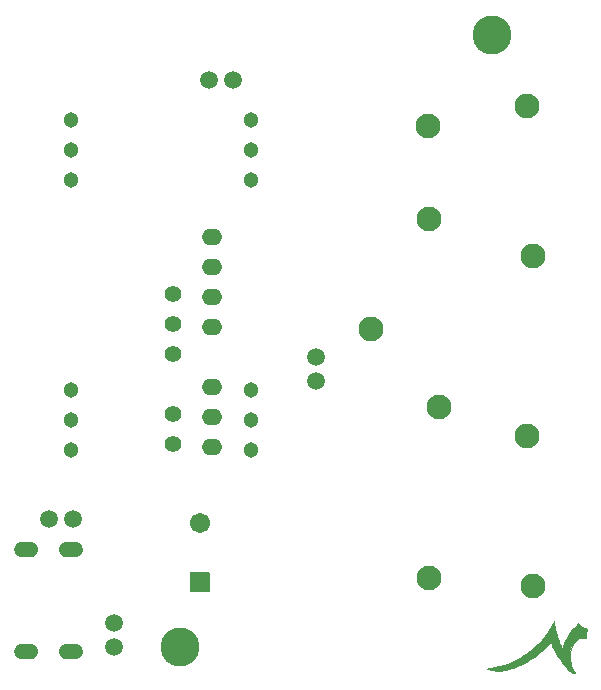
<source format=gbr>
G04 #@! TF.GenerationSoftware,KiCad,Pcbnew,(5.1.7)-1*
G04 #@! TF.CreationDate,2021-05-24T20:06:32+02:00*
G04 #@! TF.ProjectId,dcdcdc,64636463-6463-42e6-9b69-6361645f7063,rev?*
G04 #@! TF.SameCoordinates,Original*
G04 #@! TF.FileFunction,Soldermask,Bot*
G04 #@! TF.FilePolarity,Negative*
%FSLAX46Y46*%
G04 Gerber Fmt 4.6, Leading zero omitted, Abs format (unit mm)*
G04 Created by KiCad (PCBNEW (5.1.7)-1) date 2021-05-24 20:06:32*
%MOMM*%
%LPD*%
G01*
G04 APERTURE LIST*
%ADD10C,0.010000*%
%ADD11C,1.502000*%
%ADD12C,1.302000*%
%ADD13C,1.702000*%
%ADD14C,0.602000*%
%ADD15C,3.302000*%
%ADD16O,1.702000X1.402000*%
%ADD17C,1.405000*%
%ADD18C,2.102000*%
%ADD19C,2.100980*%
G04 APERTURE END LIST*
D10*
G36*
X40622898Y-57112112D02*
G01*
X40655538Y-57126139D01*
X40705687Y-57144591D01*
X40767735Y-57165566D01*
X40836071Y-57187164D01*
X40905087Y-57207485D01*
X40965452Y-57223693D01*
X41155363Y-57263167D01*
X41347115Y-57285486D01*
X41544723Y-57290494D01*
X41752201Y-57278037D01*
X41973561Y-57247957D01*
X42212818Y-57200101D01*
X42335824Y-57170612D01*
X42474007Y-57133042D01*
X42628059Y-57086324D01*
X42788311Y-57033710D01*
X42945092Y-56978453D01*
X43088732Y-56923802D01*
X43172530Y-56889263D01*
X43293200Y-56834995D01*
X43433731Y-56767586D01*
X43588756Y-56689910D01*
X43752908Y-56604844D01*
X43920821Y-56515261D01*
X44087126Y-56424036D01*
X44246458Y-56334045D01*
X44393448Y-56248162D01*
X44522731Y-56169262D01*
X44555859Y-56148280D01*
X44696329Y-56052368D01*
X44850723Y-55936043D01*
X45015047Y-55802804D01*
X45185303Y-55656150D01*
X45357496Y-55499579D01*
X45527628Y-55336592D01*
X45691705Y-55170686D01*
X45783749Y-55073177D01*
X45844917Y-55007624D01*
X45899546Y-54949953D01*
X45944264Y-54903654D01*
X45975699Y-54872217D01*
X45990477Y-54859131D01*
X45990723Y-54859020D01*
X46001986Y-54866533D01*
X46003883Y-54878349D01*
X46010245Y-54912129D01*
X46028081Y-54968041D01*
X46055514Y-55041483D01*
X46090666Y-55127853D01*
X46131661Y-55222549D01*
X46176622Y-55320968D01*
X46223671Y-55418509D01*
X46226550Y-55424294D01*
X46335795Y-55632184D01*
X46462711Y-55854202D01*
X46603256Y-56083943D01*
X46753387Y-56315007D01*
X46909063Y-56540989D01*
X47066241Y-56755487D01*
X47070665Y-56761319D01*
X47201508Y-56923133D01*
X47335958Y-57069532D01*
X47471616Y-57198614D01*
X47606081Y-57308481D01*
X47736957Y-57397231D01*
X47861843Y-57462964D01*
X47978342Y-57503780D01*
X48018356Y-57512106D01*
X48068064Y-57520342D01*
X48004720Y-57417348D01*
X47901813Y-57230834D01*
X47808936Y-57024436D01*
X47729806Y-56807478D01*
X47668135Y-56589282D01*
X47658947Y-56549569D01*
X47642155Y-56449170D01*
X47630671Y-56327744D01*
X47624503Y-56193342D01*
X47623658Y-56054015D01*
X47628146Y-55917813D01*
X47637974Y-55792789D01*
X47653151Y-55686992D01*
X47658035Y-55663353D01*
X47717234Y-55436301D01*
X47787775Y-55232231D01*
X47869083Y-55052112D01*
X47960587Y-54896914D01*
X48061712Y-54767604D01*
X48171885Y-54665153D01*
X48290532Y-54590529D01*
X48294007Y-54588831D01*
X48397146Y-54548722D01*
X48511002Y-54524442D01*
X48641307Y-54515116D01*
X48759868Y-54517760D01*
X48830162Y-54522261D01*
X48891872Y-54527421D01*
X48937347Y-54532530D01*
X48956621Y-54536021D01*
X48979172Y-54537804D01*
X48991363Y-54521163D01*
X48997273Y-54495457D01*
X49000440Y-54463822D01*
X49003554Y-54407820D01*
X49006513Y-54332837D01*
X49009216Y-54244262D01*
X49011562Y-54147479D01*
X49013450Y-54047875D01*
X49014779Y-53950838D01*
X49015447Y-53861752D01*
X49015354Y-53786006D01*
X49014397Y-53728985D01*
X49012477Y-53696076D01*
X49012310Y-53694853D01*
X49007077Y-53667685D01*
X48996474Y-53653192D01*
X48972768Y-53647391D01*
X48928225Y-53646298D01*
X48918039Y-53646294D01*
X48815805Y-53635708D01*
X48707847Y-53606746D01*
X48608020Y-53563607D01*
X48569469Y-53540704D01*
X48503747Y-53489093D01*
X48438344Y-53424091D01*
X48382493Y-53355649D01*
X48350948Y-53305210D01*
X48325383Y-53255478D01*
X48241989Y-53323411D01*
X48176972Y-53382446D01*
X48099441Y-53462914D01*
X48012614Y-53560840D01*
X47919707Y-53672248D01*
X47823935Y-53793163D01*
X47728514Y-53919611D01*
X47636661Y-54047616D01*
X47551591Y-54173203D01*
X47539575Y-54191647D01*
X47430117Y-54368598D01*
X47324272Y-54556586D01*
X47219661Y-54760232D01*
X47113907Y-54984156D01*
X47009537Y-55221465D01*
X46983272Y-55279334D01*
X46959169Y-55325897D01*
X46940681Y-55354790D01*
X46933862Y-55360952D01*
X46919706Y-55350344D01*
X46895387Y-55314329D01*
X46862214Y-55255093D01*
X46821499Y-55174822D01*
X46818291Y-55168247D01*
X46771173Y-55063798D01*
X46719519Y-54935967D01*
X46665011Y-54790044D01*
X46609329Y-54631317D01*
X46554155Y-54465077D01*
X46501168Y-54296611D01*
X46452050Y-54131211D01*
X46408481Y-53974166D01*
X46372142Y-53830764D01*
X46344714Y-53706295D01*
X46332862Y-53640585D01*
X46321910Y-53566262D01*
X46310469Y-53479087D01*
X46299307Y-53386061D01*
X46289193Y-53294186D01*
X46280896Y-53210462D01*
X46275183Y-53141890D01*
X46272823Y-53095470D01*
X46272805Y-53093471D01*
X46266749Y-53097664D01*
X46250223Y-53124697D01*
X46225549Y-53170403D01*
X46195048Y-53230617D01*
X46185369Y-53250353D01*
X45986525Y-53624996D01*
X45760465Y-53988893D01*
X45508304Y-54340792D01*
X45231158Y-54679443D01*
X44930143Y-55003598D01*
X44606375Y-55312004D01*
X44260971Y-55603413D01*
X43895046Y-55876574D01*
X43755236Y-55972394D01*
X43405808Y-56194359D01*
X43060138Y-56389044D01*
X42714121Y-56558000D01*
X42363653Y-56702779D01*
X42004630Y-56824931D01*
X41632948Y-56926005D01*
X41244503Y-57007554D01*
X40853541Y-57068707D01*
X40773306Y-57079595D01*
X40704229Y-57089398D01*
X40651408Y-57097358D01*
X40619938Y-57102717D01*
X40613376Y-57104409D01*
X40622898Y-57112112D01*
G37*
X40622898Y-57112112D02*
X40655538Y-57126139D01*
X40705687Y-57144591D01*
X40767735Y-57165566D01*
X40836071Y-57187164D01*
X40905087Y-57207485D01*
X40965452Y-57223693D01*
X41155363Y-57263167D01*
X41347115Y-57285486D01*
X41544723Y-57290494D01*
X41752201Y-57278037D01*
X41973561Y-57247957D01*
X42212818Y-57200101D01*
X42335824Y-57170612D01*
X42474007Y-57133042D01*
X42628059Y-57086324D01*
X42788311Y-57033710D01*
X42945092Y-56978453D01*
X43088732Y-56923802D01*
X43172530Y-56889263D01*
X43293200Y-56834995D01*
X43433731Y-56767586D01*
X43588756Y-56689910D01*
X43752908Y-56604844D01*
X43920821Y-56515261D01*
X44087126Y-56424036D01*
X44246458Y-56334045D01*
X44393448Y-56248162D01*
X44522731Y-56169262D01*
X44555859Y-56148280D01*
X44696329Y-56052368D01*
X44850723Y-55936043D01*
X45015047Y-55802804D01*
X45185303Y-55656150D01*
X45357496Y-55499579D01*
X45527628Y-55336592D01*
X45691705Y-55170686D01*
X45783749Y-55073177D01*
X45844917Y-55007624D01*
X45899546Y-54949953D01*
X45944264Y-54903654D01*
X45975699Y-54872217D01*
X45990477Y-54859131D01*
X45990723Y-54859020D01*
X46001986Y-54866533D01*
X46003883Y-54878349D01*
X46010245Y-54912129D01*
X46028081Y-54968041D01*
X46055514Y-55041483D01*
X46090666Y-55127853D01*
X46131661Y-55222549D01*
X46176622Y-55320968D01*
X46223671Y-55418509D01*
X46226550Y-55424294D01*
X46335795Y-55632184D01*
X46462711Y-55854202D01*
X46603256Y-56083943D01*
X46753387Y-56315007D01*
X46909063Y-56540989D01*
X47066241Y-56755487D01*
X47070665Y-56761319D01*
X47201508Y-56923133D01*
X47335958Y-57069532D01*
X47471616Y-57198614D01*
X47606081Y-57308481D01*
X47736957Y-57397231D01*
X47861843Y-57462964D01*
X47978342Y-57503780D01*
X48018356Y-57512106D01*
X48068064Y-57520342D01*
X48004720Y-57417348D01*
X47901813Y-57230834D01*
X47808936Y-57024436D01*
X47729806Y-56807478D01*
X47668135Y-56589282D01*
X47658947Y-56549569D01*
X47642155Y-56449170D01*
X47630671Y-56327744D01*
X47624503Y-56193342D01*
X47623658Y-56054015D01*
X47628146Y-55917813D01*
X47637974Y-55792789D01*
X47653151Y-55686992D01*
X47658035Y-55663353D01*
X47717234Y-55436301D01*
X47787775Y-55232231D01*
X47869083Y-55052112D01*
X47960587Y-54896914D01*
X48061712Y-54767604D01*
X48171885Y-54665153D01*
X48290532Y-54590529D01*
X48294007Y-54588831D01*
X48397146Y-54548722D01*
X48511002Y-54524442D01*
X48641307Y-54515116D01*
X48759868Y-54517760D01*
X48830162Y-54522261D01*
X48891872Y-54527421D01*
X48937347Y-54532530D01*
X48956621Y-54536021D01*
X48979172Y-54537804D01*
X48991363Y-54521163D01*
X48997273Y-54495457D01*
X49000440Y-54463822D01*
X49003554Y-54407820D01*
X49006513Y-54332837D01*
X49009216Y-54244262D01*
X49011562Y-54147479D01*
X49013450Y-54047875D01*
X49014779Y-53950838D01*
X49015447Y-53861752D01*
X49015354Y-53786006D01*
X49014397Y-53728985D01*
X49012477Y-53696076D01*
X49012310Y-53694853D01*
X49007077Y-53667685D01*
X48996474Y-53653192D01*
X48972768Y-53647391D01*
X48928225Y-53646298D01*
X48918039Y-53646294D01*
X48815805Y-53635708D01*
X48707847Y-53606746D01*
X48608020Y-53563607D01*
X48569469Y-53540704D01*
X48503747Y-53489093D01*
X48438344Y-53424091D01*
X48382493Y-53355649D01*
X48350948Y-53305210D01*
X48325383Y-53255478D01*
X48241989Y-53323411D01*
X48176972Y-53382446D01*
X48099441Y-53462914D01*
X48012614Y-53560840D01*
X47919707Y-53672248D01*
X47823935Y-53793163D01*
X47728514Y-53919611D01*
X47636661Y-54047616D01*
X47551591Y-54173203D01*
X47539575Y-54191647D01*
X47430117Y-54368598D01*
X47324272Y-54556586D01*
X47219661Y-54760232D01*
X47113907Y-54984156D01*
X47009537Y-55221465D01*
X46983272Y-55279334D01*
X46959169Y-55325897D01*
X46940681Y-55354790D01*
X46933862Y-55360952D01*
X46919706Y-55350344D01*
X46895387Y-55314329D01*
X46862214Y-55255093D01*
X46821499Y-55174822D01*
X46818291Y-55168247D01*
X46771173Y-55063798D01*
X46719519Y-54935967D01*
X46665011Y-54790044D01*
X46609329Y-54631317D01*
X46554155Y-54465077D01*
X46501168Y-54296611D01*
X46452050Y-54131211D01*
X46408481Y-53974166D01*
X46372142Y-53830764D01*
X46344714Y-53706295D01*
X46332862Y-53640585D01*
X46321910Y-53566262D01*
X46310469Y-53479087D01*
X46299307Y-53386061D01*
X46289193Y-53294186D01*
X46280896Y-53210462D01*
X46275183Y-53141890D01*
X46272823Y-53095470D01*
X46272805Y-53093471D01*
X46266749Y-53097664D01*
X46250223Y-53124697D01*
X46225549Y-53170403D01*
X46195048Y-53230617D01*
X46185369Y-53250353D01*
X45986525Y-53624996D01*
X45760465Y-53988893D01*
X45508304Y-54340792D01*
X45231158Y-54679443D01*
X44930143Y-55003598D01*
X44606375Y-55312004D01*
X44260971Y-55603413D01*
X43895046Y-55876574D01*
X43755236Y-55972394D01*
X43405808Y-56194359D01*
X43060138Y-56389044D01*
X42714121Y-56558000D01*
X42363653Y-56702779D01*
X42004630Y-56824931D01*
X41632948Y-56926005D01*
X41244503Y-57007554D01*
X40853541Y-57068707D01*
X40773306Y-57079595D01*
X40704229Y-57089398D01*
X40651408Y-57097358D01*
X40619938Y-57102717D01*
X40613376Y-57104409D01*
X40622898Y-57112112D01*
G36*
X1524000Y-55630000D02*
G01*
X1514000Y-55630000D01*
X1514000Y-56230000D01*
X1174000Y-56230000D01*
X1142598Y-56229178D01*
X1111283Y-56226713D01*
X1080139Y-56222613D01*
X1049253Y-56216889D01*
X1018709Y-56209555D01*
X988590Y-56200634D01*
X958979Y-56190148D01*
X929958Y-56178127D01*
X901606Y-56164604D01*
X874000Y-56149615D01*
X847217Y-56133202D01*
X821329Y-56115410D01*
X796408Y-56096288D01*
X772522Y-56075887D01*
X749736Y-56054264D01*
X728113Y-56031478D01*
X707712Y-56007592D01*
X688590Y-55982671D01*
X670798Y-55956783D01*
X654385Y-55930000D01*
X639396Y-55902394D01*
X625873Y-55874042D01*
X613852Y-55845021D01*
X603366Y-55815410D01*
X594445Y-55785291D01*
X587111Y-55754747D01*
X581387Y-55723861D01*
X577287Y-55692717D01*
X574822Y-55661402D01*
X574000Y-55630000D01*
X574822Y-55598598D01*
X577287Y-55567283D01*
X581387Y-55536139D01*
X587111Y-55505253D01*
X594445Y-55474709D01*
X603366Y-55444590D01*
X613852Y-55414979D01*
X625873Y-55385958D01*
X639396Y-55357606D01*
X654385Y-55330000D01*
X670798Y-55303217D01*
X688590Y-55277329D01*
X707712Y-55252408D01*
X728113Y-55228522D01*
X749736Y-55205736D01*
X772522Y-55184113D01*
X796408Y-55163712D01*
X821329Y-55144590D01*
X847217Y-55126798D01*
X874000Y-55110385D01*
X901606Y-55095396D01*
X929958Y-55081873D01*
X958979Y-55069852D01*
X988590Y-55059366D01*
X1018709Y-55050445D01*
X1049253Y-55043111D01*
X1080139Y-55037387D01*
X1111283Y-55033287D01*
X1142598Y-55030822D01*
X1174000Y-55030000D01*
X1874000Y-55030000D01*
X1905402Y-55030822D01*
X1936717Y-55033287D01*
X1967861Y-55037387D01*
X1998747Y-55043111D01*
X2029291Y-55050445D01*
X2059410Y-55059366D01*
X2089021Y-55069852D01*
X2118042Y-55081873D01*
X2146394Y-55095396D01*
X2174000Y-55110385D01*
X2200783Y-55126798D01*
X2226671Y-55144590D01*
X2251592Y-55163712D01*
X2275478Y-55184113D01*
X2298264Y-55205736D01*
X2319887Y-55228522D01*
X2340288Y-55252408D01*
X2359410Y-55277329D01*
X2377202Y-55303217D01*
X2393615Y-55330000D01*
X2408604Y-55357606D01*
X2422127Y-55385958D01*
X2434148Y-55414979D01*
X2444634Y-55444590D01*
X2453555Y-55474709D01*
X2460889Y-55505253D01*
X2466613Y-55536139D01*
X2470713Y-55567283D01*
X2473178Y-55598598D01*
X2474000Y-55630000D01*
X2473178Y-55661402D01*
X2470713Y-55692717D01*
X2466613Y-55723861D01*
X2460889Y-55754747D01*
X2453555Y-55785291D01*
X2444634Y-55815410D01*
X2434148Y-55845021D01*
X2422127Y-55874042D01*
X2408604Y-55902394D01*
X2393615Y-55930000D01*
X2377202Y-55956783D01*
X2359410Y-55982671D01*
X2340288Y-56007592D01*
X2319887Y-56031478D01*
X2298264Y-56054264D01*
X2275478Y-56075887D01*
X2251592Y-56096288D01*
X2226671Y-56115410D01*
X2200783Y-56133202D01*
X2174000Y-56149615D01*
X2146394Y-56164604D01*
X2118042Y-56178127D01*
X2089021Y-56190148D01*
X2059410Y-56200634D01*
X2029291Y-56209555D01*
X1998747Y-56216889D01*
X1967861Y-56222613D01*
X1936717Y-56226713D01*
X1905402Y-56229178D01*
X1874000Y-56230000D01*
X1524000Y-56230000D01*
X1524000Y-55630000D01*
G37*
X1524000Y-55630000D02*
X1514000Y-55630000D01*
X1514000Y-56230000D01*
X1174000Y-56230000D01*
X1142598Y-56229178D01*
X1111283Y-56226713D01*
X1080139Y-56222613D01*
X1049253Y-56216889D01*
X1018709Y-56209555D01*
X988590Y-56200634D01*
X958979Y-56190148D01*
X929958Y-56178127D01*
X901606Y-56164604D01*
X874000Y-56149615D01*
X847217Y-56133202D01*
X821329Y-56115410D01*
X796408Y-56096288D01*
X772522Y-56075887D01*
X749736Y-56054264D01*
X728113Y-56031478D01*
X707712Y-56007592D01*
X688590Y-55982671D01*
X670798Y-55956783D01*
X654385Y-55930000D01*
X639396Y-55902394D01*
X625873Y-55874042D01*
X613852Y-55845021D01*
X603366Y-55815410D01*
X594445Y-55785291D01*
X587111Y-55754747D01*
X581387Y-55723861D01*
X577287Y-55692717D01*
X574822Y-55661402D01*
X574000Y-55630000D01*
X574822Y-55598598D01*
X577287Y-55567283D01*
X581387Y-55536139D01*
X587111Y-55505253D01*
X594445Y-55474709D01*
X603366Y-55444590D01*
X613852Y-55414979D01*
X625873Y-55385958D01*
X639396Y-55357606D01*
X654385Y-55330000D01*
X670798Y-55303217D01*
X688590Y-55277329D01*
X707712Y-55252408D01*
X728113Y-55228522D01*
X749736Y-55205736D01*
X772522Y-55184113D01*
X796408Y-55163712D01*
X821329Y-55144590D01*
X847217Y-55126798D01*
X874000Y-55110385D01*
X901606Y-55095396D01*
X929958Y-55081873D01*
X958979Y-55069852D01*
X988590Y-55059366D01*
X1018709Y-55050445D01*
X1049253Y-55043111D01*
X1080139Y-55037387D01*
X1111283Y-55033287D01*
X1142598Y-55030822D01*
X1174000Y-55030000D01*
X1874000Y-55030000D01*
X1905402Y-55030822D01*
X1936717Y-55033287D01*
X1967861Y-55037387D01*
X1998747Y-55043111D01*
X2029291Y-55050445D01*
X2059410Y-55059366D01*
X2089021Y-55069852D01*
X2118042Y-55081873D01*
X2146394Y-55095396D01*
X2174000Y-55110385D01*
X2200783Y-55126798D01*
X2226671Y-55144590D01*
X2251592Y-55163712D01*
X2275478Y-55184113D01*
X2298264Y-55205736D01*
X2319887Y-55228522D01*
X2340288Y-55252408D01*
X2359410Y-55277329D01*
X2377202Y-55303217D01*
X2393615Y-55330000D01*
X2408604Y-55357606D01*
X2422127Y-55385958D01*
X2434148Y-55414979D01*
X2444634Y-55444590D01*
X2453555Y-55474709D01*
X2460889Y-55505253D01*
X2466613Y-55536139D01*
X2470713Y-55567283D01*
X2473178Y-55598598D01*
X2474000Y-55630000D01*
X2473178Y-55661402D01*
X2470713Y-55692717D01*
X2466613Y-55723861D01*
X2460889Y-55754747D01*
X2453555Y-55785291D01*
X2444634Y-55815410D01*
X2434148Y-55845021D01*
X2422127Y-55874042D01*
X2408604Y-55902394D01*
X2393615Y-55930000D01*
X2377202Y-55956783D01*
X2359410Y-55982671D01*
X2340288Y-56007592D01*
X2319887Y-56031478D01*
X2298264Y-56054264D01*
X2275478Y-56075887D01*
X2251592Y-56096288D01*
X2226671Y-56115410D01*
X2200783Y-56133202D01*
X2174000Y-56149615D01*
X2146394Y-56164604D01*
X2118042Y-56178127D01*
X2089021Y-56190148D01*
X2059410Y-56200634D01*
X2029291Y-56209555D01*
X1998747Y-56216889D01*
X1967861Y-56222613D01*
X1936717Y-56226713D01*
X1905402Y-56229178D01*
X1874000Y-56230000D01*
X1524000Y-56230000D01*
X1524000Y-55630000D01*
G36*
X1524000Y-46990000D02*
G01*
X1514000Y-46990000D01*
X1514000Y-47590000D01*
X1174000Y-47590000D01*
X1142598Y-47589178D01*
X1111283Y-47586713D01*
X1080139Y-47582613D01*
X1049253Y-47576889D01*
X1018709Y-47569555D01*
X988590Y-47560634D01*
X958979Y-47550148D01*
X929958Y-47538127D01*
X901606Y-47524604D01*
X874000Y-47509615D01*
X847217Y-47493202D01*
X821329Y-47475410D01*
X796408Y-47456288D01*
X772522Y-47435887D01*
X749736Y-47414264D01*
X728113Y-47391478D01*
X707712Y-47367592D01*
X688590Y-47342671D01*
X670798Y-47316783D01*
X654385Y-47290000D01*
X639396Y-47262394D01*
X625873Y-47234042D01*
X613852Y-47205021D01*
X603366Y-47175410D01*
X594445Y-47145291D01*
X587111Y-47114747D01*
X581387Y-47083861D01*
X577287Y-47052717D01*
X574822Y-47021402D01*
X574000Y-46990000D01*
X574822Y-46958598D01*
X577287Y-46927283D01*
X581387Y-46896139D01*
X587111Y-46865253D01*
X594445Y-46834709D01*
X603366Y-46804590D01*
X613852Y-46774979D01*
X625873Y-46745958D01*
X639396Y-46717606D01*
X654385Y-46690000D01*
X670798Y-46663217D01*
X688590Y-46637329D01*
X707712Y-46612408D01*
X728113Y-46588522D01*
X749736Y-46565736D01*
X772522Y-46544113D01*
X796408Y-46523712D01*
X821329Y-46504590D01*
X847217Y-46486798D01*
X874000Y-46470385D01*
X901606Y-46455396D01*
X929958Y-46441873D01*
X958979Y-46429852D01*
X988590Y-46419366D01*
X1018709Y-46410445D01*
X1049253Y-46403111D01*
X1080139Y-46397387D01*
X1111283Y-46393287D01*
X1142598Y-46390822D01*
X1174000Y-46390000D01*
X1874000Y-46390000D01*
X1905402Y-46390822D01*
X1936717Y-46393287D01*
X1967861Y-46397387D01*
X1998747Y-46403111D01*
X2029291Y-46410445D01*
X2059410Y-46419366D01*
X2089021Y-46429852D01*
X2118042Y-46441873D01*
X2146394Y-46455396D01*
X2174000Y-46470385D01*
X2200783Y-46486798D01*
X2226671Y-46504590D01*
X2251592Y-46523712D01*
X2275478Y-46544113D01*
X2298264Y-46565736D01*
X2319887Y-46588522D01*
X2340288Y-46612408D01*
X2359410Y-46637329D01*
X2377202Y-46663217D01*
X2393615Y-46690000D01*
X2408604Y-46717606D01*
X2422127Y-46745958D01*
X2434148Y-46774979D01*
X2444634Y-46804590D01*
X2453555Y-46834709D01*
X2460889Y-46865253D01*
X2466613Y-46896139D01*
X2470713Y-46927283D01*
X2473178Y-46958598D01*
X2474000Y-46990000D01*
X2473178Y-47021402D01*
X2470713Y-47052717D01*
X2466613Y-47083861D01*
X2460889Y-47114747D01*
X2453555Y-47145291D01*
X2444634Y-47175410D01*
X2434148Y-47205021D01*
X2422127Y-47234042D01*
X2408604Y-47262394D01*
X2393615Y-47290000D01*
X2377202Y-47316783D01*
X2359410Y-47342671D01*
X2340288Y-47367592D01*
X2319887Y-47391478D01*
X2298264Y-47414264D01*
X2275478Y-47435887D01*
X2251592Y-47456288D01*
X2226671Y-47475410D01*
X2200783Y-47493202D01*
X2174000Y-47509615D01*
X2146394Y-47524604D01*
X2118042Y-47538127D01*
X2089021Y-47550148D01*
X2059410Y-47560634D01*
X2029291Y-47569555D01*
X1998747Y-47576889D01*
X1967861Y-47582613D01*
X1936717Y-47586713D01*
X1905402Y-47589178D01*
X1874000Y-47590000D01*
X1524000Y-47590000D01*
X1524000Y-46990000D01*
G37*
X1524000Y-46990000D02*
X1514000Y-46990000D01*
X1514000Y-47590000D01*
X1174000Y-47590000D01*
X1142598Y-47589178D01*
X1111283Y-47586713D01*
X1080139Y-47582613D01*
X1049253Y-47576889D01*
X1018709Y-47569555D01*
X988590Y-47560634D01*
X958979Y-47550148D01*
X929958Y-47538127D01*
X901606Y-47524604D01*
X874000Y-47509615D01*
X847217Y-47493202D01*
X821329Y-47475410D01*
X796408Y-47456288D01*
X772522Y-47435887D01*
X749736Y-47414264D01*
X728113Y-47391478D01*
X707712Y-47367592D01*
X688590Y-47342671D01*
X670798Y-47316783D01*
X654385Y-47290000D01*
X639396Y-47262394D01*
X625873Y-47234042D01*
X613852Y-47205021D01*
X603366Y-47175410D01*
X594445Y-47145291D01*
X587111Y-47114747D01*
X581387Y-47083861D01*
X577287Y-47052717D01*
X574822Y-47021402D01*
X574000Y-46990000D01*
X574822Y-46958598D01*
X577287Y-46927283D01*
X581387Y-46896139D01*
X587111Y-46865253D01*
X594445Y-46834709D01*
X603366Y-46804590D01*
X613852Y-46774979D01*
X625873Y-46745958D01*
X639396Y-46717606D01*
X654385Y-46690000D01*
X670798Y-46663217D01*
X688590Y-46637329D01*
X707712Y-46612408D01*
X728113Y-46588522D01*
X749736Y-46565736D01*
X772522Y-46544113D01*
X796408Y-46523712D01*
X821329Y-46504590D01*
X847217Y-46486798D01*
X874000Y-46470385D01*
X901606Y-46455396D01*
X929958Y-46441873D01*
X958979Y-46429852D01*
X988590Y-46419366D01*
X1018709Y-46410445D01*
X1049253Y-46403111D01*
X1080139Y-46397387D01*
X1111283Y-46393287D01*
X1142598Y-46390822D01*
X1174000Y-46390000D01*
X1874000Y-46390000D01*
X1905402Y-46390822D01*
X1936717Y-46393287D01*
X1967861Y-46397387D01*
X1998747Y-46403111D01*
X2029291Y-46410445D01*
X2059410Y-46419366D01*
X2089021Y-46429852D01*
X2118042Y-46441873D01*
X2146394Y-46455396D01*
X2174000Y-46470385D01*
X2200783Y-46486798D01*
X2226671Y-46504590D01*
X2251592Y-46523712D01*
X2275478Y-46544113D01*
X2298264Y-46565736D01*
X2319887Y-46588522D01*
X2340288Y-46612408D01*
X2359410Y-46637329D01*
X2377202Y-46663217D01*
X2393615Y-46690000D01*
X2408604Y-46717606D01*
X2422127Y-46745958D01*
X2434148Y-46774979D01*
X2444634Y-46804590D01*
X2453555Y-46834709D01*
X2460889Y-46865253D01*
X2466613Y-46896139D01*
X2470713Y-46927283D01*
X2473178Y-46958598D01*
X2474000Y-46990000D01*
X2473178Y-47021402D01*
X2470713Y-47052717D01*
X2466613Y-47083861D01*
X2460889Y-47114747D01*
X2453555Y-47145291D01*
X2444634Y-47175410D01*
X2434148Y-47205021D01*
X2422127Y-47234042D01*
X2408604Y-47262394D01*
X2393615Y-47290000D01*
X2377202Y-47316783D01*
X2359410Y-47342671D01*
X2340288Y-47367592D01*
X2319887Y-47391478D01*
X2298264Y-47414264D01*
X2275478Y-47435887D01*
X2251592Y-47456288D01*
X2226671Y-47475410D01*
X2200783Y-47493202D01*
X2174000Y-47509615D01*
X2146394Y-47524604D01*
X2118042Y-47538127D01*
X2089021Y-47550148D01*
X2059410Y-47560634D01*
X2029291Y-47569555D01*
X1998747Y-47576889D01*
X1967861Y-47582613D01*
X1936717Y-47586713D01*
X1905402Y-47589178D01*
X1874000Y-47590000D01*
X1524000Y-47590000D01*
X1524000Y-46990000D01*
G36*
X5324000Y-55630000D02*
G01*
X5314000Y-55630000D01*
X5314000Y-56230000D01*
X4974000Y-56230000D01*
X4942598Y-56229178D01*
X4911283Y-56226713D01*
X4880139Y-56222613D01*
X4849253Y-56216889D01*
X4818709Y-56209555D01*
X4788590Y-56200634D01*
X4758979Y-56190148D01*
X4729958Y-56178127D01*
X4701606Y-56164604D01*
X4674000Y-56149615D01*
X4647217Y-56133202D01*
X4621329Y-56115410D01*
X4596408Y-56096288D01*
X4572522Y-56075887D01*
X4549736Y-56054264D01*
X4528113Y-56031478D01*
X4507712Y-56007592D01*
X4488590Y-55982671D01*
X4470798Y-55956783D01*
X4454385Y-55930000D01*
X4439396Y-55902394D01*
X4425873Y-55874042D01*
X4413852Y-55845021D01*
X4403366Y-55815410D01*
X4394445Y-55785291D01*
X4387111Y-55754747D01*
X4381387Y-55723861D01*
X4377287Y-55692717D01*
X4374822Y-55661402D01*
X4374000Y-55630000D01*
X4374822Y-55598598D01*
X4377287Y-55567283D01*
X4381387Y-55536139D01*
X4387111Y-55505253D01*
X4394445Y-55474709D01*
X4403366Y-55444590D01*
X4413852Y-55414979D01*
X4425873Y-55385958D01*
X4439396Y-55357606D01*
X4454385Y-55330000D01*
X4470798Y-55303217D01*
X4488590Y-55277329D01*
X4507712Y-55252408D01*
X4528113Y-55228522D01*
X4549736Y-55205736D01*
X4572522Y-55184113D01*
X4596408Y-55163712D01*
X4621329Y-55144590D01*
X4647217Y-55126798D01*
X4674000Y-55110385D01*
X4701606Y-55095396D01*
X4729958Y-55081873D01*
X4758979Y-55069852D01*
X4788590Y-55059366D01*
X4818709Y-55050445D01*
X4849253Y-55043111D01*
X4880139Y-55037387D01*
X4911283Y-55033287D01*
X4942598Y-55030822D01*
X4974000Y-55030000D01*
X5674000Y-55030000D01*
X5705402Y-55030822D01*
X5736717Y-55033287D01*
X5767861Y-55037387D01*
X5798747Y-55043111D01*
X5829291Y-55050445D01*
X5859410Y-55059366D01*
X5889021Y-55069852D01*
X5918042Y-55081873D01*
X5946394Y-55095396D01*
X5974000Y-55110385D01*
X6000783Y-55126798D01*
X6026671Y-55144590D01*
X6051592Y-55163712D01*
X6075478Y-55184113D01*
X6098264Y-55205736D01*
X6119887Y-55228522D01*
X6140288Y-55252408D01*
X6159410Y-55277329D01*
X6177202Y-55303217D01*
X6193615Y-55330000D01*
X6208604Y-55357606D01*
X6222127Y-55385958D01*
X6234148Y-55414979D01*
X6244634Y-55444590D01*
X6253555Y-55474709D01*
X6260889Y-55505253D01*
X6266613Y-55536139D01*
X6270713Y-55567283D01*
X6273178Y-55598598D01*
X6274000Y-55630000D01*
X6273178Y-55661402D01*
X6270713Y-55692717D01*
X6266613Y-55723861D01*
X6260889Y-55754747D01*
X6253555Y-55785291D01*
X6244634Y-55815410D01*
X6234148Y-55845021D01*
X6222127Y-55874042D01*
X6208604Y-55902394D01*
X6193615Y-55930000D01*
X6177202Y-55956783D01*
X6159410Y-55982671D01*
X6140288Y-56007592D01*
X6119887Y-56031478D01*
X6098264Y-56054264D01*
X6075478Y-56075887D01*
X6051592Y-56096288D01*
X6026671Y-56115410D01*
X6000783Y-56133202D01*
X5974000Y-56149615D01*
X5946394Y-56164604D01*
X5918042Y-56178127D01*
X5889021Y-56190148D01*
X5859410Y-56200634D01*
X5829291Y-56209555D01*
X5798747Y-56216889D01*
X5767861Y-56222613D01*
X5736717Y-56226713D01*
X5705402Y-56229178D01*
X5674000Y-56230000D01*
X5324000Y-56230000D01*
X5324000Y-55630000D01*
G37*
X5324000Y-55630000D02*
X5314000Y-55630000D01*
X5314000Y-56230000D01*
X4974000Y-56230000D01*
X4942598Y-56229178D01*
X4911283Y-56226713D01*
X4880139Y-56222613D01*
X4849253Y-56216889D01*
X4818709Y-56209555D01*
X4788590Y-56200634D01*
X4758979Y-56190148D01*
X4729958Y-56178127D01*
X4701606Y-56164604D01*
X4674000Y-56149615D01*
X4647217Y-56133202D01*
X4621329Y-56115410D01*
X4596408Y-56096288D01*
X4572522Y-56075887D01*
X4549736Y-56054264D01*
X4528113Y-56031478D01*
X4507712Y-56007592D01*
X4488590Y-55982671D01*
X4470798Y-55956783D01*
X4454385Y-55930000D01*
X4439396Y-55902394D01*
X4425873Y-55874042D01*
X4413852Y-55845021D01*
X4403366Y-55815410D01*
X4394445Y-55785291D01*
X4387111Y-55754747D01*
X4381387Y-55723861D01*
X4377287Y-55692717D01*
X4374822Y-55661402D01*
X4374000Y-55630000D01*
X4374822Y-55598598D01*
X4377287Y-55567283D01*
X4381387Y-55536139D01*
X4387111Y-55505253D01*
X4394445Y-55474709D01*
X4403366Y-55444590D01*
X4413852Y-55414979D01*
X4425873Y-55385958D01*
X4439396Y-55357606D01*
X4454385Y-55330000D01*
X4470798Y-55303217D01*
X4488590Y-55277329D01*
X4507712Y-55252408D01*
X4528113Y-55228522D01*
X4549736Y-55205736D01*
X4572522Y-55184113D01*
X4596408Y-55163712D01*
X4621329Y-55144590D01*
X4647217Y-55126798D01*
X4674000Y-55110385D01*
X4701606Y-55095396D01*
X4729958Y-55081873D01*
X4758979Y-55069852D01*
X4788590Y-55059366D01*
X4818709Y-55050445D01*
X4849253Y-55043111D01*
X4880139Y-55037387D01*
X4911283Y-55033287D01*
X4942598Y-55030822D01*
X4974000Y-55030000D01*
X5674000Y-55030000D01*
X5705402Y-55030822D01*
X5736717Y-55033287D01*
X5767861Y-55037387D01*
X5798747Y-55043111D01*
X5829291Y-55050445D01*
X5859410Y-55059366D01*
X5889021Y-55069852D01*
X5918042Y-55081873D01*
X5946394Y-55095396D01*
X5974000Y-55110385D01*
X6000783Y-55126798D01*
X6026671Y-55144590D01*
X6051592Y-55163712D01*
X6075478Y-55184113D01*
X6098264Y-55205736D01*
X6119887Y-55228522D01*
X6140288Y-55252408D01*
X6159410Y-55277329D01*
X6177202Y-55303217D01*
X6193615Y-55330000D01*
X6208604Y-55357606D01*
X6222127Y-55385958D01*
X6234148Y-55414979D01*
X6244634Y-55444590D01*
X6253555Y-55474709D01*
X6260889Y-55505253D01*
X6266613Y-55536139D01*
X6270713Y-55567283D01*
X6273178Y-55598598D01*
X6274000Y-55630000D01*
X6273178Y-55661402D01*
X6270713Y-55692717D01*
X6266613Y-55723861D01*
X6260889Y-55754747D01*
X6253555Y-55785291D01*
X6244634Y-55815410D01*
X6234148Y-55845021D01*
X6222127Y-55874042D01*
X6208604Y-55902394D01*
X6193615Y-55930000D01*
X6177202Y-55956783D01*
X6159410Y-55982671D01*
X6140288Y-56007592D01*
X6119887Y-56031478D01*
X6098264Y-56054264D01*
X6075478Y-56075887D01*
X6051592Y-56096288D01*
X6026671Y-56115410D01*
X6000783Y-56133202D01*
X5974000Y-56149615D01*
X5946394Y-56164604D01*
X5918042Y-56178127D01*
X5889021Y-56190148D01*
X5859410Y-56200634D01*
X5829291Y-56209555D01*
X5798747Y-56216889D01*
X5767861Y-56222613D01*
X5736717Y-56226713D01*
X5705402Y-56229178D01*
X5674000Y-56230000D01*
X5324000Y-56230000D01*
X5324000Y-55630000D01*
G36*
X5324000Y-46990000D02*
G01*
X5314000Y-46990000D01*
X5314000Y-47590000D01*
X4974000Y-47590000D01*
X4942598Y-47589178D01*
X4911283Y-47586713D01*
X4880139Y-47582613D01*
X4849253Y-47576889D01*
X4818709Y-47569555D01*
X4788590Y-47560634D01*
X4758979Y-47550148D01*
X4729958Y-47538127D01*
X4701606Y-47524604D01*
X4674000Y-47509615D01*
X4647217Y-47493202D01*
X4621329Y-47475410D01*
X4596408Y-47456288D01*
X4572522Y-47435887D01*
X4549736Y-47414264D01*
X4528113Y-47391478D01*
X4507712Y-47367592D01*
X4488590Y-47342671D01*
X4470798Y-47316783D01*
X4454385Y-47290000D01*
X4439396Y-47262394D01*
X4425873Y-47234042D01*
X4413852Y-47205021D01*
X4403366Y-47175410D01*
X4394445Y-47145291D01*
X4387111Y-47114747D01*
X4381387Y-47083861D01*
X4377287Y-47052717D01*
X4374822Y-47021402D01*
X4374000Y-46990000D01*
X4374822Y-46958598D01*
X4377287Y-46927283D01*
X4381387Y-46896139D01*
X4387111Y-46865253D01*
X4394445Y-46834709D01*
X4403366Y-46804590D01*
X4413852Y-46774979D01*
X4425873Y-46745958D01*
X4439396Y-46717606D01*
X4454385Y-46690000D01*
X4470798Y-46663217D01*
X4488590Y-46637329D01*
X4507712Y-46612408D01*
X4528113Y-46588522D01*
X4549736Y-46565736D01*
X4572522Y-46544113D01*
X4596408Y-46523712D01*
X4621329Y-46504590D01*
X4647217Y-46486798D01*
X4674000Y-46470385D01*
X4701606Y-46455396D01*
X4729958Y-46441873D01*
X4758979Y-46429852D01*
X4788590Y-46419366D01*
X4818709Y-46410445D01*
X4849253Y-46403111D01*
X4880139Y-46397387D01*
X4911283Y-46393287D01*
X4942598Y-46390822D01*
X4974000Y-46390000D01*
X5674000Y-46390000D01*
X5705402Y-46390822D01*
X5736717Y-46393287D01*
X5767861Y-46397387D01*
X5798747Y-46403111D01*
X5829291Y-46410445D01*
X5859410Y-46419366D01*
X5889021Y-46429852D01*
X5918042Y-46441873D01*
X5946394Y-46455396D01*
X5974000Y-46470385D01*
X6000783Y-46486798D01*
X6026671Y-46504590D01*
X6051592Y-46523712D01*
X6075478Y-46544113D01*
X6098264Y-46565736D01*
X6119887Y-46588522D01*
X6140288Y-46612408D01*
X6159410Y-46637329D01*
X6177202Y-46663217D01*
X6193615Y-46690000D01*
X6208604Y-46717606D01*
X6222127Y-46745958D01*
X6234148Y-46774979D01*
X6244634Y-46804590D01*
X6253555Y-46834709D01*
X6260889Y-46865253D01*
X6266613Y-46896139D01*
X6270713Y-46927283D01*
X6273178Y-46958598D01*
X6274000Y-46990000D01*
X6273178Y-47021402D01*
X6270713Y-47052717D01*
X6266613Y-47083861D01*
X6260889Y-47114747D01*
X6253555Y-47145291D01*
X6244634Y-47175410D01*
X6234148Y-47205021D01*
X6222127Y-47234042D01*
X6208604Y-47262394D01*
X6193615Y-47290000D01*
X6177202Y-47316783D01*
X6159410Y-47342671D01*
X6140288Y-47367592D01*
X6119887Y-47391478D01*
X6098264Y-47414264D01*
X6075478Y-47435887D01*
X6051592Y-47456288D01*
X6026671Y-47475410D01*
X6000783Y-47493202D01*
X5974000Y-47509615D01*
X5946394Y-47524604D01*
X5918042Y-47538127D01*
X5889021Y-47550148D01*
X5859410Y-47560634D01*
X5829291Y-47569555D01*
X5798747Y-47576889D01*
X5767861Y-47582613D01*
X5736717Y-47586713D01*
X5705402Y-47589178D01*
X5674000Y-47590000D01*
X5324000Y-47590000D01*
X5324000Y-46990000D01*
G37*
X5324000Y-46990000D02*
X5314000Y-46990000D01*
X5314000Y-47590000D01*
X4974000Y-47590000D01*
X4942598Y-47589178D01*
X4911283Y-47586713D01*
X4880139Y-47582613D01*
X4849253Y-47576889D01*
X4818709Y-47569555D01*
X4788590Y-47560634D01*
X4758979Y-47550148D01*
X4729958Y-47538127D01*
X4701606Y-47524604D01*
X4674000Y-47509615D01*
X4647217Y-47493202D01*
X4621329Y-47475410D01*
X4596408Y-47456288D01*
X4572522Y-47435887D01*
X4549736Y-47414264D01*
X4528113Y-47391478D01*
X4507712Y-47367592D01*
X4488590Y-47342671D01*
X4470798Y-47316783D01*
X4454385Y-47290000D01*
X4439396Y-47262394D01*
X4425873Y-47234042D01*
X4413852Y-47205021D01*
X4403366Y-47175410D01*
X4394445Y-47145291D01*
X4387111Y-47114747D01*
X4381387Y-47083861D01*
X4377287Y-47052717D01*
X4374822Y-47021402D01*
X4374000Y-46990000D01*
X4374822Y-46958598D01*
X4377287Y-46927283D01*
X4381387Y-46896139D01*
X4387111Y-46865253D01*
X4394445Y-46834709D01*
X4403366Y-46804590D01*
X4413852Y-46774979D01*
X4425873Y-46745958D01*
X4439396Y-46717606D01*
X4454385Y-46690000D01*
X4470798Y-46663217D01*
X4488590Y-46637329D01*
X4507712Y-46612408D01*
X4528113Y-46588522D01*
X4549736Y-46565736D01*
X4572522Y-46544113D01*
X4596408Y-46523712D01*
X4621329Y-46504590D01*
X4647217Y-46486798D01*
X4674000Y-46470385D01*
X4701606Y-46455396D01*
X4729958Y-46441873D01*
X4758979Y-46429852D01*
X4788590Y-46419366D01*
X4818709Y-46410445D01*
X4849253Y-46403111D01*
X4880139Y-46397387D01*
X4911283Y-46393287D01*
X4942598Y-46390822D01*
X4974000Y-46390000D01*
X5674000Y-46390000D01*
X5705402Y-46390822D01*
X5736717Y-46393287D01*
X5767861Y-46397387D01*
X5798747Y-46403111D01*
X5829291Y-46410445D01*
X5859410Y-46419366D01*
X5889021Y-46429852D01*
X5918042Y-46441873D01*
X5946394Y-46455396D01*
X5974000Y-46470385D01*
X6000783Y-46486798D01*
X6026671Y-46504590D01*
X6051592Y-46523712D01*
X6075478Y-46544113D01*
X6098264Y-46565736D01*
X6119887Y-46588522D01*
X6140288Y-46612408D01*
X6159410Y-46637329D01*
X6177202Y-46663217D01*
X6193615Y-46690000D01*
X6208604Y-46717606D01*
X6222127Y-46745958D01*
X6234148Y-46774979D01*
X6244634Y-46804590D01*
X6253555Y-46834709D01*
X6260889Y-46865253D01*
X6266613Y-46896139D01*
X6270713Y-46927283D01*
X6273178Y-46958598D01*
X6274000Y-46990000D01*
X6273178Y-47021402D01*
X6270713Y-47052717D01*
X6266613Y-47083861D01*
X6260889Y-47114747D01*
X6253555Y-47145291D01*
X6244634Y-47175410D01*
X6234148Y-47205021D01*
X6222127Y-47234042D01*
X6208604Y-47262394D01*
X6193615Y-47290000D01*
X6177202Y-47316783D01*
X6159410Y-47342671D01*
X6140288Y-47367592D01*
X6119887Y-47391478D01*
X6098264Y-47414264D01*
X6075478Y-47435887D01*
X6051592Y-47456288D01*
X6026671Y-47475410D01*
X6000783Y-47493202D01*
X5974000Y-47509615D01*
X5946394Y-47524604D01*
X5918042Y-47538127D01*
X5889021Y-47550148D01*
X5859410Y-47560634D01*
X5829291Y-47569555D01*
X5798747Y-47576889D01*
X5767861Y-47582613D01*
X5736717Y-47586713D01*
X5705402Y-47589178D01*
X5674000Y-47590000D01*
X5324000Y-47590000D01*
X5324000Y-46990000D01*
G36*
X40622898Y-57112112D02*
G01*
X40655538Y-57126139D01*
X40705687Y-57144591D01*
X40767735Y-57165566D01*
X40836071Y-57187164D01*
X40905087Y-57207485D01*
X40965452Y-57223693D01*
X41155363Y-57263167D01*
X41347115Y-57285486D01*
X41544723Y-57290494D01*
X41752201Y-57278037D01*
X41973561Y-57247957D01*
X42212818Y-57200101D01*
X42335824Y-57170612D01*
X42474007Y-57133042D01*
X42628059Y-57086324D01*
X42788311Y-57033710D01*
X42945092Y-56978453D01*
X43088732Y-56923802D01*
X43172530Y-56889263D01*
X43293200Y-56834995D01*
X43433731Y-56767586D01*
X43588756Y-56689910D01*
X43752908Y-56604844D01*
X43920821Y-56515261D01*
X44087126Y-56424036D01*
X44246458Y-56334045D01*
X44393448Y-56248162D01*
X44522731Y-56169262D01*
X44555859Y-56148280D01*
X44696329Y-56052368D01*
X44850723Y-55936043D01*
X45015047Y-55802804D01*
X45185303Y-55656150D01*
X45357496Y-55499579D01*
X45527628Y-55336592D01*
X45691705Y-55170686D01*
X45783749Y-55073177D01*
X45844917Y-55007624D01*
X45899546Y-54949953D01*
X45944264Y-54903654D01*
X45975699Y-54872217D01*
X45990477Y-54859131D01*
X45990723Y-54859020D01*
X46001986Y-54866533D01*
X46003883Y-54878349D01*
X46010245Y-54912129D01*
X46028081Y-54968041D01*
X46055514Y-55041483D01*
X46090666Y-55127853D01*
X46131661Y-55222549D01*
X46176622Y-55320968D01*
X46223671Y-55418509D01*
X46226550Y-55424294D01*
X46335795Y-55632184D01*
X46462711Y-55854202D01*
X46603256Y-56083943D01*
X46753387Y-56315007D01*
X46909063Y-56540989D01*
X47066241Y-56755487D01*
X47070665Y-56761319D01*
X47201508Y-56923133D01*
X47335958Y-57069532D01*
X47471616Y-57198614D01*
X47606081Y-57308481D01*
X47736957Y-57397231D01*
X47861843Y-57462964D01*
X47978342Y-57503780D01*
X48018356Y-57512106D01*
X48068064Y-57520342D01*
X48004720Y-57417348D01*
X47901813Y-57230834D01*
X47808936Y-57024436D01*
X47729806Y-56807478D01*
X47668135Y-56589282D01*
X47658947Y-56549569D01*
X47642155Y-56449170D01*
X47630671Y-56327744D01*
X47624503Y-56193342D01*
X47623658Y-56054015D01*
X47628146Y-55917813D01*
X47637974Y-55792789D01*
X47653151Y-55686992D01*
X47658035Y-55663353D01*
X47717234Y-55436301D01*
X47787775Y-55232231D01*
X47869083Y-55052112D01*
X47960587Y-54896914D01*
X48061712Y-54767604D01*
X48171885Y-54665153D01*
X48290532Y-54590529D01*
X48294007Y-54588831D01*
X48397146Y-54548722D01*
X48511002Y-54524442D01*
X48641307Y-54515116D01*
X48759868Y-54517760D01*
X48830162Y-54522261D01*
X48891872Y-54527421D01*
X48937347Y-54532530D01*
X48956621Y-54536021D01*
X48979172Y-54537804D01*
X48991363Y-54521163D01*
X48997273Y-54495457D01*
X49000440Y-54463822D01*
X49003554Y-54407820D01*
X49006513Y-54332837D01*
X49009216Y-54244262D01*
X49011562Y-54147479D01*
X49013450Y-54047875D01*
X49014779Y-53950838D01*
X49015447Y-53861752D01*
X49015354Y-53786006D01*
X49014397Y-53728985D01*
X49012477Y-53696076D01*
X49012310Y-53694853D01*
X49007077Y-53667685D01*
X48996474Y-53653192D01*
X48972768Y-53647391D01*
X48928225Y-53646298D01*
X48918039Y-53646294D01*
X48815805Y-53635708D01*
X48707847Y-53606746D01*
X48608020Y-53563607D01*
X48569469Y-53540704D01*
X48503747Y-53489093D01*
X48438344Y-53424091D01*
X48382493Y-53355649D01*
X48350948Y-53305210D01*
X48325383Y-53255478D01*
X48241989Y-53323411D01*
X48176972Y-53382446D01*
X48099441Y-53462914D01*
X48012614Y-53560840D01*
X47919707Y-53672248D01*
X47823935Y-53793163D01*
X47728514Y-53919611D01*
X47636661Y-54047616D01*
X47551591Y-54173203D01*
X47539575Y-54191647D01*
X47430117Y-54368598D01*
X47324272Y-54556586D01*
X47219661Y-54760232D01*
X47113907Y-54984156D01*
X47009537Y-55221465D01*
X46983272Y-55279334D01*
X46959169Y-55325897D01*
X46940681Y-55354790D01*
X46933862Y-55360952D01*
X46919706Y-55350344D01*
X46895387Y-55314329D01*
X46862214Y-55255093D01*
X46821499Y-55174822D01*
X46818291Y-55168247D01*
X46771173Y-55063798D01*
X46719519Y-54935967D01*
X46665011Y-54790044D01*
X46609329Y-54631317D01*
X46554155Y-54465077D01*
X46501168Y-54296611D01*
X46452050Y-54131211D01*
X46408481Y-53974166D01*
X46372142Y-53830764D01*
X46344714Y-53706295D01*
X46332862Y-53640585D01*
X46321910Y-53566262D01*
X46310469Y-53479087D01*
X46299307Y-53386061D01*
X46289193Y-53294186D01*
X46280896Y-53210462D01*
X46275183Y-53141890D01*
X46272823Y-53095470D01*
X46272805Y-53093471D01*
X46266749Y-53097664D01*
X46250223Y-53124697D01*
X46225549Y-53170403D01*
X46195048Y-53230617D01*
X46185369Y-53250353D01*
X45986525Y-53624996D01*
X45760465Y-53988893D01*
X45508304Y-54340792D01*
X45231158Y-54679443D01*
X44930143Y-55003598D01*
X44606375Y-55312004D01*
X44260971Y-55603413D01*
X43895046Y-55876574D01*
X43755236Y-55972394D01*
X43405808Y-56194359D01*
X43060138Y-56389044D01*
X42714121Y-56558000D01*
X42363653Y-56702779D01*
X42004630Y-56824931D01*
X41632948Y-56926005D01*
X41244503Y-57007554D01*
X40853541Y-57068707D01*
X40773306Y-57079595D01*
X40704229Y-57089398D01*
X40651408Y-57097358D01*
X40619938Y-57102717D01*
X40613376Y-57104409D01*
X40622898Y-57112112D01*
G37*
X40622898Y-57112112D02*
X40655538Y-57126139D01*
X40705687Y-57144591D01*
X40767735Y-57165566D01*
X40836071Y-57187164D01*
X40905087Y-57207485D01*
X40965452Y-57223693D01*
X41155363Y-57263167D01*
X41347115Y-57285486D01*
X41544723Y-57290494D01*
X41752201Y-57278037D01*
X41973561Y-57247957D01*
X42212818Y-57200101D01*
X42335824Y-57170612D01*
X42474007Y-57133042D01*
X42628059Y-57086324D01*
X42788311Y-57033710D01*
X42945092Y-56978453D01*
X43088732Y-56923802D01*
X43172530Y-56889263D01*
X43293200Y-56834995D01*
X43433731Y-56767586D01*
X43588756Y-56689910D01*
X43752908Y-56604844D01*
X43920821Y-56515261D01*
X44087126Y-56424036D01*
X44246458Y-56334045D01*
X44393448Y-56248162D01*
X44522731Y-56169262D01*
X44555859Y-56148280D01*
X44696329Y-56052368D01*
X44850723Y-55936043D01*
X45015047Y-55802804D01*
X45185303Y-55656150D01*
X45357496Y-55499579D01*
X45527628Y-55336592D01*
X45691705Y-55170686D01*
X45783749Y-55073177D01*
X45844917Y-55007624D01*
X45899546Y-54949953D01*
X45944264Y-54903654D01*
X45975699Y-54872217D01*
X45990477Y-54859131D01*
X45990723Y-54859020D01*
X46001986Y-54866533D01*
X46003883Y-54878349D01*
X46010245Y-54912129D01*
X46028081Y-54968041D01*
X46055514Y-55041483D01*
X46090666Y-55127853D01*
X46131661Y-55222549D01*
X46176622Y-55320968D01*
X46223671Y-55418509D01*
X46226550Y-55424294D01*
X46335795Y-55632184D01*
X46462711Y-55854202D01*
X46603256Y-56083943D01*
X46753387Y-56315007D01*
X46909063Y-56540989D01*
X47066241Y-56755487D01*
X47070665Y-56761319D01*
X47201508Y-56923133D01*
X47335958Y-57069532D01*
X47471616Y-57198614D01*
X47606081Y-57308481D01*
X47736957Y-57397231D01*
X47861843Y-57462964D01*
X47978342Y-57503780D01*
X48018356Y-57512106D01*
X48068064Y-57520342D01*
X48004720Y-57417348D01*
X47901813Y-57230834D01*
X47808936Y-57024436D01*
X47729806Y-56807478D01*
X47668135Y-56589282D01*
X47658947Y-56549569D01*
X47642155Y-56449170D01*
X47630671Y-56327744D01*
X47624503Y-56193342D01*
X47623658Y-56054015D01*
X47628146Y-55917813D01*
X47637974Y-55792789D01*
X47653151Y-55686992D01*
X47658035Y-55663353D01*
X47717234Y-55436301D01*
X47787775Y-55232231D01*
X47869083Y-55052112D01*
X47960587Y-54896914D01*
X48061712Y-54767604D01*
X48171885Y-54665153D01*
X48290532Y-54590529D01*
X48294007Y-54588831D01*
X48397146Y-54548722D01*
X48511002Y-54524442D01*
X48641307Y-54515116D01*
X48759868Y-54517760D01*
X48830162Y-54522261D01*
X48891872Y-54527421D01*
X48937347Y-54532530D01*
X48956621Y-54536021D01*
X48979172Y-54537804D01*
X48991363Y-54521163D01*
X48997273Y-54495457D01*
X49000440Y-54463822D01*
X49003554Y-54407820D01*
X49006513Y-54332837D01*
X49009216Y-54244262D01*
X49011562Y-54147479D01*
X49013450Y-54047875D01*
X49014779Y-53950838D01*
X49015447Y-53861752D01*
X49015354Y-53786006D01*
X49014397Y-53728985D01*
X49012477Y-53696076D01*
X49012310Y-53694853D01*
X49007077Y-53667685D01*
X48996474Y-53653192D01*
X48972768Y-53647391D01*
X48928225Y-53646298D01*
X48918039Y-53646294D01*
X48815805Y-53635708D01*
X48707847Y-53606746D01*
X48608020Y-53563607D01*
X48569469Y-53540704D01*
X48503747Y-53489093D01*
X48438344Y-53424091D01*
X48382493Y-53355649D01*
X48350948Y-53305210D01*
X48325383Y-53255478D01*
X48241989Y-53323411D01*
X48176972Y-53382446D01*
X48099441Y-53462914D01*
X48012614Y-53560840D01*
X47919707Y-53672248D01*
X47823935Y-53793163D01*
X47728514Y-53919611D01*
X47636661Y-54047616D01*
X47551591Y-54173203D01*
X47539575Y-54191647D01*
X47430117Y-54368598D01*
X47324272Y-54556586D01*
X47219661Y-54760232D01*
X47113907Y-54984156D01*
X47009537Y-55221465D01*
X46983272Y-55279334D01*
X46959169Y-55325897D01*
X46940681Y-55354790D01*
X46933862Y-55360952D01*
X46919706Y-55350344D01*
X46895387Y-55314329D01*
X46862214Y-55255093D01*
X46821499Y-55174822D01*
X46818291Y-55168247D01*
X46771173Y-55063798D01*
X46719519Y-54935967D01*
X46665011Y-54790044D01*
X46609329Y-54631317D01*
X46554155Y-54465077D01*
X46501168Y-54296611D01*
X46452050Y-54131211D01*
X46408481Y-53974166D01*
X46372142Y-53830764D01*
X46344714Y-53706295D01*
X46332862Y-53640585D01*
X46321910Y-53566262D01*
X46310469Y-53479087D01*
X46299307Y-53386061D01*
X46289193Y-53294186D01*
X46280896Y-53210462D01*
X46275183Y-53141890D01*
X46272823Y-53095470D01*
X46272805Y-53093471D01*
X46266749Y-53097664D01*
X46250223Y-53124697D01*
X46225549Y-53170403D01*
X46195048Y-53230617D01*
X46185369Y-53250353D01*
X45986525Y-53624996D01*
X45760465Y-53988893D01*
X45508304Y-54340792D01*
X45231158Y-54679443D01*
X44930143Y-55003598D01*
X44606375Y-55312004D01*
X44260971Y-55603413D01*
X43895046Y-55876574D01*
X43755236Y-55972394D01*
X43405808Y-56194359D01*
X43060138Y-56389044D01*
X42714121Y-56558000D01*
X42363653Y-56702779D01*
X42004630Y-56824931D01*
X41632948Y-56926005D01*
X41244503Y-57007554D01*
X40853541Y-57068707D01*
X40773306Y-57079595D01*
X40704229Y-57089398D01*
X40651408Y-57097358D01*
X40619938Y-57102717D01*
X40613376Y-57104409D01*
X40622898Y-57112112D01*
G36*
X1524000Y-55630000D02*
G01*
X1514000Y-55630000D01*
X1514000Y-56230000D01*
X1174000Y-56230000D01*
X1142598Y-56229178D01*
X1111283Y-56226713D01*
X1080139Y-56222613D01*
X1049253Y-56216889D01*
X1018709Y-56209555D01*
X988590Y-56200634D01*
X958979Y-56190148D01*
X929958Y-56178127D01*
X901606Y-56164604D01*
X874000Y-56149615D01*
X847217Y-56133202D01*
X821329Y-56115410D01*
X796408Y-56096288D01*
X772522Y-56075887D01*
X749736Y-56054264D01*
X728113Y-56031478D01*
X707712Y-56007592D01*
X688590Y-55982671D01*
X670798Y-55956783D01*
X654385Y-55930000D01*
X639396Y-55902394D01*
X625873Y-55874042D01*
X613852Y-55845021D01*
X603366Y-55815410D01*
X594445Y-55785291D01*
X587111Y-55754747D01*
X581387Y-55723861D01*
X577287Y-55692717D01*
X574822Y-55661402D01*
X574000Y-55630000D01*
X574822Y-55598598D01*
X577287Y-55567283D01*
X581387Y-55536139D01*
X587111Y-55505253D01*
X594445Y-55474709D01*
X603366Y-55444590D01*
X613852Y-55414979D01*
X625873Y-55385958D01*
X639396Y-55357606D01*
X654385Y-55330000D01*
X670798Y-55303217D01*
X688590Y-55277329D01*
X707712Y-55252408D01*
X728113Y-55228522D01*
X749736Y-55205736D01*
X772522Y-55184113D01*
X796408Y-55163712D01*
X821329Y-55144590D01*
X847217Y-55126798D01*
X874000Y-55110385D01*
X901606Y-55095396D01*
X929958Y-55081873D01*
X958979Y-55069852D01*
X988590Y-55059366D01*
X1018709Y-55050445D01*
X1049253Y-55043111D01*
X1080139Y-55037387D01*
X1111283Y-55033287D01*
X1142598Y-55030822D01*
X1174000Y-55030000D01*
X1874000Y-55030000D01*
X1905402Y-55030822D01*
X1936717Y-55033287D01*
X1967861Y-55037387D01*
X1998747Y-55043111D01*
X2029291Y-55050445D01*
X2059410Y-55059366D01*
X2089021Y-55069852D01*
X2118042Y-55081873D01*
X2146394Y-55095396D01*
X2174000Y-55110385D01*
X2200783Y-55126798D01*
X2226671Y-55144590D01*
X2251592Y-55163712D01*
X2275478Y-55184113D01*
X2298264Y-55205736D01*
X2319887Y-55228522D01*
X2340288Y-55252408D01*
X2359410Y-55277329D01*
X2377202Y-55303217D01*
X2393615Y-55330000D01*
X2408604Y-55357606D01*
X2422127Y-55385958D01*
X2434148Y-55414979D01*
X2444634Y-55444590D01*
X2453555Y-55474709D01*
X2460889Y-55505253D01*
X2466613Y-55536139D01*
X2470713Y-55567283D01*
X2473178Y-55598598D01*
X2474000Y-55630000D01*
X2473178Y-55661402D01*
X2470713Y-55692717D01*
X2466613Y-55723861D01*
X2460889Y-55754747D01*
X2453555Y-55785291D01*
X2444634Y-55815410D01*
X2434148Y-55845021D01*
X2422127Y-55874042D01*
X2408604Y-55902394D01*
X2393615Y-55930000D01*
X2377202Y-55956783D01*
X2359410Y-55982671D01*
X2340288Y-56007592D01*
X2319887Y-56031478D01*
X2298264Y-56054264D01*
X2275478Y-56075887D01*
X2251592Y-56096288D01*
X2226671Y-56115410D01*
X2200783Y-56133202D01*
X2174000Y-56149615D01*
X2146394Y-56164604D01*
X2118042Y-56178127D01*
X2089021Y-56190148D01*
X2059410Y-56200634D01*
X2029291Y-56209555D01*
X1998747Y-56216889D01*
X1967861Y-56222613D01*
X1936717Y-56226713D01*
X1905402Y-56229178D01*
X1874000Y-56230000D01*
X1524000Y-56230000D01*
X1524000Y-55630000D01*
G37*
X1524000Y-55630000D02*
X1514000Y-55630000D01*
X1514000Y-56230000D01*
X1174000Y-56230000D01*
X1142598Y-56229178D01*
X1111283Y-56226713D01*
X1080139Y-56222613D01*
X1049253Y-56216889D01*
X1018709Y-56209555D01*
X988590Y-56200634D01*
X958979Y-56190148D01*
X929958Y-56178127D01*
X901606Y-56164604D01*
X874000Y-56149615D01*
X847217Y-56133202D01*
X821329Y-56115410D01*
X796408Y-56096288D01*
X772522Y-56075887D01*
X749736Y-56054264D01*
X728113Y-56031478D01*
X707712Y-56007592D01*
X688590Y-55982671D01*
X670798Y-55956783D01*
X654385Y-55930000D01*
X639396Y-55902394D01*
X625873Y-55874042D01*
X613852Y-55845021D01*
X603366Y-55815410D01*
X594445Y-55785291D01*
X587111Y-55754747D01*
X581387Y-55723861D01*
X577287Y-55692717D01*
X574822Y-55661402D01*
X574000Y-55630000D01*
X574822Y-55598598D01*
X577287Y-55567283D01*
X581387Y-55536139D01*
X587111Y-55505253D01*
X594445Y-55474709D01*
X603366Y-55444590D01*
X613852Y-55414979D01*
X625873Y-55385958D01*
X639396Y-55357606D01*
X654385Y-55330000D01*
X670798Y-55303217D01*
X688590Y-55277329D01*
X707712Y-55252408D01*
X728113Y-55228522D01*
X749736Y-55205736D01*
X772522Y-55184113D01*
X796408Y-55163712D01*
X821329Y-55144590D01*
X847217Y-55126798D01*
X874000Y-55110385D01*
X901606Y-55095396D01*
X929958Y-55081873D01*
X958979Y-55069852D01*
X988590Y-55059366D01*
X1018709Y-55050445D01*
X1049253Y-55043111D01*
X1080139Y-55037387D01*
X1111283Y-55033287D01*
X1142598Y-55030822D01*
X1174000Y-55030000D01*
X1874000Y-55030000D01*
X1905402Y-55030822D01*
X1936717Y-55033287D01*
X1967861Y-55037387D01*
X1998747Y-55043111D01*
X2029291Y-55050445D01*
X2059410Y-55059366D01*
X2089021Y-55069852D01*
X2118042Y-55081873D01*
X2146394Y-55095396D01*
X2174000Y-55110385D01*
X2200783Y-55126798D01*
X2226671Y-55144590D01*
X2251592Y-55163712D01*
X2275478Y-55184113D01*
X2298264Y-55205736D01*
X2319887Y-55228522D01*
X2340288Y-55252408D01*
X2359410Y-55277329D01*
X2377202Y-55303217D01*
X2393615Y-55330000D01*
X2408604Y-55357606D01*
X2422127Y-55385958D01*
X2434148Y-55414979D01*
X2444634Y-55444590D01*
X2453555Y-55474709D01*
X2460889Y-55505253D01*
X2466613Y-55536139D01*
X2470713Y-55567283D01*
X2473178Y-55598598D01*
X2474000Y-55630000D01*
X2473178Y-55661402D01*
X2470713Y-55692717D01*
X2466613Y-55723861D01*
X2460889Y-55754747D01*
X2453555Y-55785291D01*
X2444634Y-55815410D01*
X2434148Y-55845021D01*
X2422127Y-55874042D01*
X2408604Y-55902394D01*
X2393615Y-55930000D01*
X2377202Y-55956783D01*
X2359410Y-55982671D01*
X2340288Y-56007592D01*
X2319887Y-56031478D01*
X2298264Y-56054264D01*
X2275478Y-56075887D01*
X2251592Y-56096288D01*
X2226671Y-56115410D01*
X2200783Y-56133202D01*
X2174000Y-56149615D01*
X2146394Y-56164604D01*
X2118042Y-56178127D01*
X2089021Y-56190148D01*
X2059410Y-56200634D01*
X2029291Y-56209555D01*
X1998747Y-56216889D01*
X1967861Y-56222613D01*
X1936717Y-56226713D01*
X1905402Y-56229178D01*
X1874000Y-56230000D01*
X1524000Y-56230000D01*
X1524000Y-55630000D01*
G36*
X1524000Y-46990000D02*
G01*
X1514000Y-46990000D01*
X1514000Y-47590000D01*
X1174000Y-47590000D01*
X1142598Y-47589178D01*
X1111283Y-47586713D01*
X1080139Y-47582613D01*
X1049253Y-47576889D01*
X1018709Y-47569555D01*
X988590Y-47560634D01*
X958979Y-47550148D01*
X929958Y-47538127D01*
X901606Y-47524604D01*
X874000Y-47509615D01*
X847217Y-47493202D01*
X821329Y-47475410D01*
X796408Y-47456288D01*
X772522Y-47435887D01*
X749736Y-47414264D01*
X728113Y-47391478D01*
X707712Y-47367592D01*
X688590Y-47342671D01*
X670798Y-47316783D01*
X654385Y-47290000D01*
X639396Y-47262394D01*
X625873Y-47234042D01*
X613852Y-47205021D01*
X603366Y-47175410D01*
X594445Y-47145291D01*
X587111Y-47114747D01*
X581387Y-47083861D01*
X577287Y-47052717D01*
X574822Y-47021402D01*
X574000Y-46990000D01*
X574822Y-46958598D01*
X577287Y-46927283D01*
X581387Y-46896139D01*
X587111Y-46865253D01*
X594445Y-46834709D01*
X603366Y-46804590D01*
X613852Y-46774979D01*
X625873Y-46745958D01*
X639396Y-46717606D01*
X654385Y-46690000D01*
X670798Y-46663217D01*
X688590Y-46637329D01*
X707712Y-46612408D01*
X728113Y-46588522D01*
X749736Y-46565736D01*
X772522Y-46544113D01*
X796408Y-46523712D01*
X821329Y-46504590D01*
X847217Y-46486798D01*
X874000Y-46470385D01*
X901606Y-46455396D01*
X929958Y-46441873D01*
X958979Y-46429852D01*
X988590Y-46419366D01*
X1018709Y-46410445D01*
X1049253Y-46403111D01*
X1080139Y-46397387D01*
X1111283Y-46393287D01*
X1142598Y-46390822D01*
X1174000Y-46390000D01*
X1874000Y-46390000D01*
X1905402Y-46390822D01*
X1936717Y-46393287D01*
X1967861Y-46397387D01*
X1998747Y-46403111D01*
X2029291Y-46410445D01*
X2059410Y-46419366D01*
X2089021Y-46429852D01*
X2118042Y-46441873D01*
X2146394Y-46455396D01*
X2174000Y-46470385D01*
X2200783Y-46486798D01*
X2226671Y-46504590D01*
X2251592Y-46523712D01*
X2275478Y-46544113D01*
X2298264Y-46565736D01*
X2319887Y-46588522D01*
X2340288Y-46612408D01*
X2359410Y-46637329D01*
X2377202Y-46663217D01*
X2393615Y-46690000D01*
X2408604Y-46717606D01*
X2422127Y-46745958D01*
X2434148Y-46774979D01*
X2444634Y-46804590D01*
X2453555Y-46834709D01*
X2460889Y-46865253D01*
X2466613Y-46896139D01*
X2470713Y-46927283D01*
X2473178Y-46958598D01*
X2474000Y-46990000D01*
X2473178Y-47021402D01*
X2470713Y-47052717D01*
X2466613Y-47083861D01*
X2460889Y-47114747D01*
X2453555Y-47145291D01*
X2444634Y-47175410D01*
X2434148Y-47205021D01*
X2422127Y-47234042D01*
X2408604Y-47262394D01*
X2393615Y-47290000D01*
X2377202Y-47316783D01*
X2359410Y-47342671D01*
X2340288Y-47367592D01*
X2319887Y-47391478D01*
X2298264Y-47414264D01*
X2275478Y-47435887D01*
X2251592Y-47456288D01*
X2226671Y-47475410D01*
X2200783Y-47493202D01*
X2174000Y-47509615D01*
X2146394Y-47524604D01*
X2118042Y-47538127D01*
X2089021Y-47550148D01*
X2059410Y-47560634D01*
X2029291Y-47569555D01*
X1998747Y-47576889D01*
X1967861Y-47582613D01*
X1936717Y-47586713D01*
X1905402Y-47589178D01*
X1874000Y-47590000D01*
X1524000Y-47590000D01*
X1524000Y-46990000D01*
G37*
X1524000Y-46990000D02*
X1514000Y-46990000D01*
X1514000Y-47590000D01*
X1174000Y-47590000D01*
X1142598Y-47589178D01*
X1111283Y-47586713D01*
X1080139Y-47582613D01*
X1049253Y-47576889D01*
X1018709Y-47569555D01*
X988590Y-47560634D01*
X958979Y-47550148D01*
X929958Y-47538127D01*
X901606Y-47524604D01*
X874000Y-47509615D01*
X847217Y-47493202D01*
X821329Y-47475410D01*
X796408Y-47456288D01*
X772522Y-47435887D01*
X749736Y-47414264D01*
X728113Y-47391478D01*
X707712Y-47367592D01*
X688590Y-47342671D01*
X670798Y-47316783D01*
X654385Y-47290000D01*
X639396Y-47262394D01*
X625873Y-47234042D01*
X613852Y-47205021D01*
X603366Y-47175410D01*
X594445Y-47145291D01*
X587111Y-47114747D01*
X581387Y-47083861D01*
X577287Y-47052717D01*
X574822Y-47021402D01*
X574000Y-46990000D01*
X574822Y-46958598D01*
X577287Y-46927283D01*
X581387Y-46896139D01*
X587111Y-46865253D01*
X594445Y-46834709D01*
X603366Y-46804590D01*
X613852Y-46774979D01*
X625873Y-46745958D01*
X639396Y-46717606D01*
X654385Y-46690000D01*
X670798Y-46663217D01*
X688590Y-46637329D01*
X707712Y-46612408D01*
X728113Y-46588522D01*
X749736Y-46565736D01*
X772522Y-46544113D01*
X796408Y-46523712D01*
X821329Y-46504590D01*
X847217Y-46486798D01*
X874000Y-46470385D01*
X901606Y-46455396D01*
X929958Y-46441873D01*
X958979Y-46429852D01*
X988590Y-46419366D01*
X1018709Y-46410445D01*
X1049253Y-46403111D01*
X1080139Y-46397387D01*
X1111283Y-46393287D01*
X1142598Y-46390822D01*
X1174000Y-46390000D01*
X1874000Y-46390000D01*
X1905402Y-46390822D01*
X1936717Y-46393287D01*
X1967861Y-46397387D01*
X1998747Y-46403111D01*
X2029291Y-46410445D01*
X2059410Y-46419366D01*
X2089021Y-46429852D01*
X2118042Y-46441873D01*
X2146394Y-46455396D01*
X2174000Y-46470385D01*
X2200783Y-46486798D01*
X2226671Y-46504590D01*
X2251592Y-46523712D01*
X2275478Y-46544113D01*
X2298264Y-46565736D01*
X2319887Y-46588522D01*
X2340288Y-46612408D01*
X2359410Y-46637329D01*
X2377202Y-46663217D01*
X2393615Y-46690000D01*
X2408604Y-46717606D01*
X2422127Y-46745958D01*
X2434148Y-46774979D01*
X2444634Y-46804590D01*
X2453555Y-46834709D01*
X2460889Y-46865253D01*
X2466613Y-46896139D01*
X2470713Y-46927283D01*
X2473178Y-46958598D01*
X2474000Y-46990000D01*
X2473178Y-47021402D01*
X2470713Y-47052717D01*
X2466613Y-47083861D01*
X2460889Y-47114747D01*
X2453555Y-47145291D01*
X2444634Y-47175410D01*
X2434148Y-47205021D01*
X2422127Y-47234042D01*
X2408604Y-47262394D01*
X2393615Y-47290000D01*
X2377202Y-47316783D01*
X2359410Y-47342671D01*
X2340288Y-47367592D01*
X2319887Y-47391478D01*
X2298264Y-47414264D01*
X2275478Y-47435887D01*
X2251592Y-47456288D01*
X2226671Y-47475410D01*
X2200783Y-47493202D01*
X2174000Y-47509615D01*
X2146394Y-47524604D01*
X2118042Y-47538127D01*
X2089021Y-47550148D01*
X2059410Y-47560634D01*
X2029291Y-47569555D01*
X1998747Y-47576889D01*
X1967861Y-47582613D01*
X1936717Y-47586713D01*
X1905402Y-47589178D01*
X1874000Y-47590000D01*
X1524000Y-47590000D01*
X1524000Y-46990000D01*
G36*
X5324000Y-55630000D02*
G01*
X5314000Y-55630000D01*
X5314000Y-56230000D01*
X4974000Y-56230000D01*
X4942598Y-56229178D01*
X4911283Y-56226713D01*
X4880139Y-56222613D01*
X4849253Y-56216889D01*
X4818709Y-56209555D01*
X4788590Y-56200634D01*
X4758979Y-56190148D01*
X4729958Y-56178127D01*
X4701606Y-56164604D01*
X4674000Y-56149615D01*
X4647217Y-56133202D01*
X4621329Y-56115410D01*
X4596408Y-56096288D01*
X4572522Y-56075887D01*
X4549736Y-56054264D01*
X4528113Y-56031478D01*
X4507712Y-56007592D01*
X4488590Y-55982671D01*
X4470798Y-55956783D01*
X4454385Y-55930000D01*
X4439396Y-55902394D01*
X4425873Y-55874042D01*
X4413852Y-55845021D01*
X4403366Y-55815410D01*
X4394445Y-55785291D01*
X4387111Y-55754747D01*
X4381387Y-55723861D01*
X4377287Y-55692717D01*
X4374822Y-55661402D01*
X4374000Y-55630000D01*
X4374822Y-55598598D01*
X4377287Y-55567283D01*
X4381387Y-55536139D01*
X4387111Y-55505253D01*
X4394445Y-55474709D01*
X4403366Y-55444590D01*
X4413852Y-55414979D01*
X4425873Y-55385958D01*
X4439396Y-55357606D01*
X4454385Y-55330000D01*
X4470798Y-55303217D01*
X4488590Y-55277329D01*
X4507712Y-55252408D01*
X4528113Y-55228522D01*
X4549736Y-55205736D01*
X4572522Y-55184113D01*
X4596408Y-55163712D01*
X4621329Y-55144590D01*
X4647217Y-55126798D01*
X4674000Y-55110385D01*
X4701606Y-55095396D01*
X4729958Y-55081873D01*
X4758979Y-55069852D01*
X4788590Y-55059366D01*
X4818709Y-55050445D01*
X4849253Y-55043111D01*
X4880139Y-55037387D01*
X4911283Y-55033287D01*
X4942598Y-55030822D01*
X4974000Y-55030000D01*
X5674000Y-55030000D01*
X5705402Y-55030822D01*
X5736717Y-55033287D01*
X5767861Y-55037387D01*
X5798747Y-55043111D01*
X5829291Y-55050445D01*
X5859410Y-55059366D01*
X5889021Y-55069852D01*
X5918042Y-55081873D01*
X5946394Y-55095396D01*
X5974000Y-55110385D01*
X6000783Y-55126798D01*
X6026671Y-55144590D01*
X6051592Y-55163712D01*
X6075478Y-55184113D01*
X6098264Y-55205736D01*
X6119887Y-55228522D01*
X6140288Y-55252408D01*
X6159410Y-55277329D01*
X6177202Y-55303217D01*
X6193615Y-55330000D01*
X6208604Y-55357606D01*
X6222127Y-55385958D01*
X6234148Y-55414979D01*
X6244634Y-55444590D01*
X6253555Y-55474709D01*
X6260889Y-55505253D01*
X6266613Y-55536139D01*
X6270713Y-55567283D01*
X6273178Y-55598598D01*
X6274000Y-55630000D01*
X6273178Y-55661402D01*
X6270713Y-55692717D01*
X6266613Y-55723861D01*
X6260889Y-55754747D01*
X6253555Y-55785291D01*
X6244634Y-55815410D01*
X6234148Y-55845021D01*
X6222127Y-55874042D01*
X6208604Y-55902394D01*
X6193615Y-55930000D01*
X6177202Y-55956783D01*
X6159410Y-55982671D01*
X6140288Y-56007592D01*
X6119887Y-56031478D01*
X6098264Y-56054264D01*
X6075478Y-56075887D01*
X6051592Y-56096288D01*
X6026671Y-56115410D01*
X6000783Y-56133202D01*
X5974000Y-56149615D01*
X5946394Y-56164604D01*
X5918042Y-56178127D01*
X5889021Y-56190148D01*
X5859410Y-56200634D01*
X5829291Y-56209555D01*
X5798747Y-56216889D01*
X5767861Y-56222613D01*
X5736717Y-56226713D01*
X5705402Y-56229178D01*
X5674000Y-56230000D01*
X5324000Y-56230000D01*
X5324000Y-55630000D01*
G37*
X5324000Y-55630000D02*
X5314000Y-55630000D01*
X5314000Y-56230000D01*
X4974000Y-56230000D01*
X4942598Y-56229178D01*
X4911283Y-56226713D01*
X4880139Y-56222613D01*
X4849253Y-56216889D01*
X4818709Y-56209555D01*
X4788590Y-56200634D01*
X4758979Y-56190148D01*
X4729958Y-56178127D01*
X4701606Y-56164604D01*
X4674000Y-56149615D01*
X4647217Y-56133202D01*
X4621329Y-56115410D01*
X4596408Y-56096288D01*
X4572522Y-56075887D01*
X4549736Y-56054264D01*
X4528113Y-56031478D01*
X4507712Y-56007592D01*
X4488590Y-55982671D01*
X4470798Y-55956783D01*
X4454385Y-55930000D01*
X4439396Y-55902394D01*
X4425873Y-55874042D01*
X4413852Y-55845021D01*
X4403366Y-55815410D01*
X4394445Y-55785291D01*
X4387111Y-55754747D01*
X4381387Y-55723861D01*
X4377287Y-55692717D01*
X4374822Y-55661402D01*
X4374000Y-55630000D01*
X4374822Y-55598598D01*
X4377287Y-55567283D01*
X4381387Y-55536139D01*
X4387111Y-55505253D01*
X4394445Y-55474709D01*
X4403366Y-55444590D01*
X4413852Y-55414979D01*
X4425873Y-55385958D01*
X4439396Y-55357606D01*
X4454385Y-55330000D01*
X4470798Y-55303217D01*
X4488590Y-55277329D01*
X4507712Y-55252408D01*
X4528113Y-55228522D01*
X4549736Y-55205736D01*
X4572522Y-55184113D01*
X4596408Y-55163712D01*
X4621329Y-55144590D01*
X4647217Y-55126798D01*
X4674000Y-55110385D01*
X4701606Y-55095396D01*
X4729958Y-55081873D01*
X4758979Y-55069852D01*
X4788590Y-55059366D01*
X4818709Y-55050445D01*
X4849253Y-55043111D01*
X4880139Y-55037387D01*
X4911283Y-55033287D01*
X4942598Y-55030822D01*
X4974000Y-55030000D01*
X5674000Y-55030000D01*
X5705402Y-55030822D01*
X5736717Y-55033287D01*
X5767861Y-55037387D01*
X5798747Y-55043111D01*
X5829291Y-55050445D01*
X5859410Y-55059366D01*
X5889021Y-55069852D01*
X5918042Y-55081873D01*
X5946394Y-55095396D01*
X5974000Y-55110385D01*
X6000783Y-55126798D01*
X6026671Y-55144590D01*
X6051592Y-55163712D01*
X6075478Y-55184113D01*
X6098264Y-55205736D01*
X6119887Y-55228522D01*
X6140288Y-55252408D01*
X6159410Y-55277329D01*
X6177202Y-55303217D01*
X6193615Y-55330000D01*
X6208604Y-55357606D01*
X6222127Y-55385958D01*
X6234148Y-55414979D01*
X6244634Y-55444590D01*
X6253555Y-55474709D01*
X6260889Y-55505253D01*
X6266613Y-55536139D01*
X6270713Y-55567283D01*
X6273178Y-55598598D01*
X6274000Y-55630000D01*
X6273178Y-55661402D01*
X6270713Y-55692717D01*
X6266613Y-55723861D01*
X6260889Y-55754747D01*
X6253555Y-55785291D01*
X6244634Y-55815410D01*
X6234148Y-55845021D01*
X6222127Y-55874042D01*
X6208604Y-55902394D01*
X6193615Y-55930000D01*
X6177202Y-55956783D01*
X6159410Y-55982671D01*
X6140288Y-56007592D01*
X6119887Y-56031478D01*
X6098264Y-56054264D01*
X6075478Y-56075887D01*
X6051592Y-56096288D01*
X6026671Y-56115410D01*
X6000783Y-56133202D01*
X5974000Y-56149615D01*
X5946394Y-56164604D01*
X5918042Y-56178127D01*
X5889021Y-56190148D01*
X5859410Y-56200634D01*
X5829291Y-56209555D01*
X5798747Y-56216889D01*
X5767861Y-56222613D01*
X5736717Y-56226713D01*
X5705402Y-56229178D01*
X5674000Y-56230000D01*
X5324000Y-56230000D01*
X5324000Y-55630000D01*
G36*
X5324000Y-46990000D02*
G01*
X5314000Y-46990000D01*
X5314000Y-47590000D01*
X4974000Y-47590000D01*
X4942598Y-47589178D01*
X4911283Y-47586713D01*
X4880139Y-47582613D01*
X4849253Y-47576889D01*
X4818709Y-47569555D01*
X4788590Y-47560634D01*
X4758979Y-47550148D01*
X4729958Y-47538127D01*
X4701606Y-47524604D01*
X4674000Y-47509615D01*
X4647217Y-47493202D01*
X4621329Y-47475410D01*
X4596408Y-47456288D01*
X4572522Y-47435887D01*
X4549736Y-47414264D01*
X4528113Y-47391478D01*
X4507712Y-47367592D01*
X4488590Y-47342671D01*
X4470798Y-47316783D01*
X4454385Y-47290000D01*
X4439396Y-47262394D01*
X4425873Y-47234042D01*
X4413852Y-47205021D01*
X4403366Y-47175410D01*
X4394445Y-47145291D01*
X4387111Y-47114747D01*
X4381387Y-47083861D01*
X4377287Y-47052717D01*
X4374822Y-47021402D01*
X4374000Y-46990000D01*
X4374822Y-46958598D01*
X4377287Y-46927283D01*
X4381387Y-46896139D01*
X4387111Y-46865253D01*
X4394445Y-46834709D01*
X4403366Y-46804590D01*
X4413852Y-46774979D01*
X4425873Y-46745958D01*
X4439396Y-46717606D01*
X4454385Y-46690000D01*
X4470798Y-46663217D01*
X4488590Y-46637329D01*
X4507712Y-46612408D01*
X4528113Y-46588522D01*
X4549736Y-46565736D01*
X4572522Y-46544113D01*
X4596408Y-46523712D01*
X4621329Y-46504590D01*
X4647217Y-46486798D01*
X4674000Y-46470385D01*
X4701606Y-46455396D01*
X4729958Y-46441873D01*
X4758979Y-46429852D01*
X4788590Y-46419366D01*
X4818709Y-46410445D01*
X4849253Y-46403111D01*
X4880139Y-46397387D01*
X4911283Y-46393287D01*
X4942598Y-46390822D01*
X4974000Y-46390000D01*
X5674000Y-46390000D01*
X5705402Y-46390822D01*
X5736717Y-46393287D01*
X5767861Y-46397387D01*
X5798747Y-46403111D01*
X5829291Y-46410445D01*
X5859410Y-46419366D01*
X5889021Y-46429852D01*
X5918042Y-46441873D01*
X5946394Y-46455396D01*
X5974000Y-46470385D01*
X6000783Y-46486798D01*
X6026671Y-46504590D01*
X6051592Y-46523712D01*
X6075478Y-46544113D01*
X6098264Y-46565736D01*
X6119887Y-46588522D01*
X6140288Y-46612408D01*
X6159410Y-46637329D01*
X6177202Y-46663217D01*
X6193615Y-46690000D01*
X6208604Y-46717606D01*
X6222127Y-46745958D01*
X6234148Y-46774979D01*
X6244634Y-46804590D01*
X6253555Y-46834709D01*
X6260889Y-46865253D01*
X6266613Y-46896139D01*
X6270713Y-46927283D01*
X6273178Y-46958598D01*
X6274000Y-46990000D01*
X6273178Y-47021402D01*
X6270713Y-47052717D01*
X6266613Y-47083861D01*
X6260889Y-47114747D01*
X6253555Y-47145291D01*
X6244634Y-47175410D01*
X6234148Y-47205021D01*
X6222127Y-47234042D01*
X6208604Y-47262394D01*
X6193615Y-47290000D01*
X6177202Y-47316783D01*
X6159410Y-47342671D01*
X6140288Y-47367592D01*
X6119887Y-47391478D01*
X6098264Y-47414264D01*
X6075478Y-47435887D01*
X6051592Y-47456288D01*
X6026671Y-47475410D01*
X6000783Y-47493202D01*
X5974000Y-47509615D01*
X5946394Y-47524604D01*
X5918042Y-47538127D01*
X5889021Y-47550148D01*
X5859410Y-47560634D01*
X5829291Y-47569555D01*
X5798747Y-47576889D01*
X5767861Y-47582613D01*
X5736717Y-47586713D01*
X5705402Y-47589178D01*
X5674000Y-47590000D01*
X5324000Y-47590000D01*
X5324000Y-46990000D01*
G37*
X5324000Y-46990000D02*
X5314000Y-46990000D01*
X5314000Y-47590000D01*
X4974000Y-47590000D01*
X4942598Y-47589178D01*
X4911283Y-47586713D01*
X4880139Y-47582613D01*
X4849253Y-47576889D01*
X4818709Y-47569555D01*
X4788590Y-47560634D01*
X4758979Y-47550148D01*
X4729958Y-47538127D01*
X4701606Y-47524604D01*
X4674000Y-47509615D01*
X4647217Y-47493202D01*
X4621329Y-47475410D01*
X4596408Y-47456288D01*
X4572522Y-47435887D01*
X4549736Y-47414264D01*
X4528113Y-47391478D01*
X4507712Y-47367592D01*
X4488590Y-47342671D01*
X4470798Y-47316783D01*
X4454385Y-47290000D01*
X4439396Y-47262394D01*
X4425873Y-47234042D01*
X4413852Y-47205021D01*
X4403366Y-47175410D01*
X4394445Y-47145291D01*
X4387111Y-47114747D01*
X4381387Y-47083861D01*
X4377287Y-47052717D01*
X4374822Y-47021402D01*
X4374000Y-46990000D01*
X4374822Y-46958598D01*
X4377287Y-46927283D01*
X4381387Y-46896139D01*
X4387111Y-46865253D01*
X4394445Y-46834709D01*
X4403366Y-46804590D01*
X4413852Y-46774979D01*
X4425873Y-46745958D01*
X4439396Y-46717606D01*
X4454385Y-46690000D01*
X4470798Y-46663217D01*
X4488590Y-46637329D01*
X4507712Y-46612408D01*
X4528113Y-46588522D01*
X4549736Y-46565736D01*
X4572522Y-46544113D01*
X4596408Y-46523712D01*
X4621329Y-46504590D01*
X4647217Y-46486798D01*
X4674000Y-46470385D01*
X4701606Y-46455396D01*
X4729958Y-46441873D01*
X4758979Y-46429852D01*
X4788590Y-46419366D01*
X4818709Y-46410445D01*
X4849253Y-46403111D01*
X4880139Y-46397387D01*
X4911283Y-46393287D01*
X4942598Y-46390822D01*
X4974000Y-46390000D01*
X5674000Y-46390000D01*
X5705402Y-46390822D01*
X5736717Y-46393287D01*
X5767861Y-46397387D01*
X5798747Y-46403111D01*
X5829291Y-46410445D01*
X5859410Y-46419366D01*
X5889021Y-46429852D01*
X5918042Y-46441873D01*
X5946394Y-46455396D01*
X5974000Y-46470385D01*
X6000783Y-46486798D01*
X6026671Y-46504590D01*
X6051592Y-46523712D01*
X6075478Y-46544113D01*
X6098264Y-46565736D01*
X6119887Y-46588522D01*
X6140288Y-46612408D01*
X6159410Y-46637329D01*
X6177202Y-46663217D01*
X6193615Y-46690000D01*
X6208604Y-46717606D01*
X6222127Y-46745958D01*
X6234148Y-46774979D01*
X6244634Y-46804590D01*
X6253555Y-46834709D01*
X6260889Y-46865253D01*
X6266613Y-46896139D01*
X6270713Y-46927283D01*
X6273178Y-46958598D01*
X6274000Y-46990000D01*
X6273178Y-47021402D01*
X6270713Y-47052717D01*
X6266613Y-47083861D01*
X6260889Y-47114747D01*
X6253555Y-47145291D01*
X6244634Y-47175410D01*
X6234148Y-47205021D01*
X6222127Y-47234042D01*
X6208604Y-47262394D01*
X6193615Y-47290000D01*
X6177202Y-47316783D01*
X6159410Y-47342671D01*
X6140288Y-47367592D01*
X6119887Y-47391478D01*
X6098264Y-47414264D01*
X6075478Y-47435887D01*
X6051592Y-47456288D01*
X6026671Y-47475410D01*
X6000783Y-47493202D01*
X5974000Y-47509615D01*
X5946394Y-47524604D01*
X5918042Y-47538127D01*
X5889021Y-47550148D01*
X5859410Y-47560634D01*
X5829291Y-47569555D01*
X5798747Y-47576889D01*
X5767861Y-47582613D01*
X5736717Y-47586713D01*
X5705402Y-47589178D01*
X5674000Y-47590000D01*
X5324000Y-47590000D01*
X5324000Y-46990000D01*
D11*
X9017000Y-53245000D03*
X9017000Y-55245000D03*
X26098500Y-32734000D03*
X26098500Y-30734000D03*
X19081500Y-7302500D03*
X17081500Y-7302500D03*
X3524500Y-44450000D03*
X5524500Y-44450000D03*
D12*
X20574000Y-38608000D03*
X20574000Y-36068000D03*
X20574000Y-33528000D03*
X20574000Y-15748000D03*
X20574000Y-13208000D03*
X20574000Y-10668000D03*
X5334000Y-10668000D03*
X5334000Y-13208000D03*
X5334000Y-15748000D03*
X5334000Y-33528000D03*
X5334000Y-36068000D03*
X5334000Y-38608000D03*
D13*
X16256000Y-44784000D03*
G36*
G01*
X17056000Y-50635000D02*
X15456000Y-50635000D01*
G75*
G02*
X15405000Y-50584000I0J51000D01*
G01*
X15405000Y-48984000D01*
G75*
G02*
X15456000Y-48933000I51000J0D01*
G01*
X17056000Y-48933000D01*
G75*
G02*
X17107000Y-48984000I0J-51000D01*
G01*
X17107000Y-50584000D01*
G75*
G02*
X17056000Y-50635000I-51000J0D01*
G01*
G37*
D14*
X5324000Y-46990000D03*
X5324000Y-55630000D03*
X1524000Y-46990000D03*
X1524000Y-55630000D03*
D15*
X14600000Y-55300000D03*
D16*
X17272000Y-20574000D03*
X17272000Y-23114000D03*
X17272000Y-25654000D03*
X17272000Y-28194000D03*
X17272000Y-33274000D03*
X17272000Y-35814000D03*
X17272000Y-38354000D03*
D17*
X13970000Y-25400000D03*
X13970000Y-27940000D03*
X13970000Y-30480000D03*
X13970000Y-35560000D03*
X13970000Y-38100000D03*
D18*
X30797500Y-28321000D03*
X44500000Y-22200000D03*
D19*
X36512500Y-34925000D03*
X35700000Y-49400000D03*
X35600000Y-11200000D03*
X35700000Y-19000000D03*
D18*
X44500000Y-50100000D03*
X44000000Y-37400000D03*
X44000000Y-9500000D03*
D15*
X41000000Y-3500000D03*
M02*

</source>
